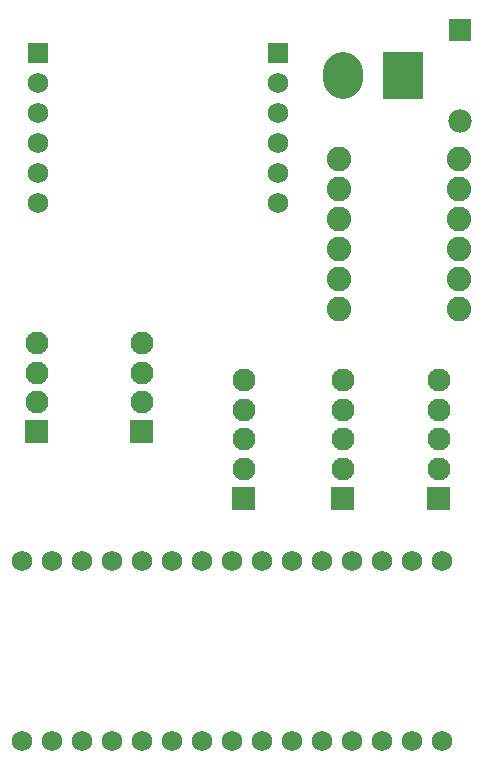
<source format=gts>
G04 Layer: TopSolderMaskLayer*
G04 EasyEDA v6.4.5, 2020-09-15T20:10:03+02:00*
G04 89610be28746463fae7f6a063ad526cf,a876551235204336a4c6776009a4e884,10*
G04 Gerber Generator version 0.2*
G04 Scale: 100 percent, Rotated: No, Reflected: No *
G04 Dimensions in inches *
G04 leading zeros omitted , absolute positions ,2 integer and 4 decimal *
%FSLAX24Y24*%
%MOIN*%
G90*
G70D02*

%ADD27C,0.132000*%
%ADD30C,0.076897*%
%ADD32C,0.068000*%
%ADD33C,0.082000*%
%ADD34C,0.078000*%
%ADD35R,0.078000X0.078000*%

%LPD*%
G54D27*
G01X12650Y24680D02*
G01X12650Y24419D01*
G36*
G01X13989Y23759D02*
G01X13989Y25340D01*
G01X15310Y25340D01*
G01X15310Y23759D01*
G01X13989Y23759D01*
G37*
G36*
G01X8965Y10065D02*
G01X8965Y10834D01*
G01X9734Y10834D01*
G01X9734Y10065D01*
G01X8965Y10065D01*
G37*
G54D30*
G01X9350Y11434D03*
G01X9350Y12418D03*
G01X9350Y13402D03*
G01X9350Y14386D03*
G36*
G01X12265Y10065D02*
G01X12265Y10834D01*
G01X13034Y10834D01*
G01X13034Y10065D01*
G01X12265Y10065D01*
G37*
G01X12650Y11434D03*
G01X12650Y12418D03*
G01X12650Y13402D03*
G01X12650Y14386D03*
G36*
G01X15465Y10065D02*
G01X15465Y10834D01*
G01X16234Y10834D01*
G01X16234Y10065D01*
G01X15465Y10065D01*
G37*
G01X15850Y11434D03*
G01X15850Y12418D03*
G01X15850Y13402D03*
G01X15850Y14386D03*
G36*
G01X2065Y12290D02*
G01X2065Y13057D01*
G01X2834Y13057D01*
G01X2834Y12290D01*
G01X2065Y12290D01*
G37*
G01X2450Y13657D03*
G01X2450Y14642D03*
G01X2450Y15626D03*
G36*
G01X5565Y12290D02*
G01X5565Y13057D01*
G01X6334Y13057D01*
G01X6334Y12290D01*
G01X5565Y12290D01*
G37*
G01X5950Y13657D03*
G01X5950Y14642D03*
G01X5950Y15626D03*
G36*
G01X2159Y24959D02*
G01X2159Y25640D01*
G01X2840Y25640D01*
G01X2840Y24959D01*
G01X2159Y24959D01*
G37*
G54D32*
G01X2500Y24300D03*
G01X2500Y23300D03*
G01X2500Y22300D03*
G01X2500Y21300D03*
G01X2500Y20300D03*
G36*
G01X10160Y24959D02*
G01X10160Y25640D01*
G01X10839Y25640D01*
G01X10839Y24959D01*
G01X10160Y24959D01*
G37*
G01X10500Y24300D03*
G01X10500Y23300D03*
G01X10500Y22300D03*
G01X10500Y21300D03*
G01X10500Y20300D03*
G54D33*
G01X12510Y16780D03*
G01X12510Y17780D03*
G01X12510Y18780D03*
G01X12510Y19780D03*
G01X12510Y20780D03*
G01X12510Y21780D03*
G01X16510Y21780D03*
G01X16510Y20780D03*
G01X16510Y19780D03*
G01X16510Y18780D03*
G01X16510Y17780D03*
G01X16510Y16780D03*
G54D32*
G01X15950Y8350D03*
G01X14950Y8350D03*
G01X13950Y8350D03*
G01X12950Y8350D03*
G01X11950Y8350D03*
G01X10950Y8350D03*
G01X9950Y8350D03*
G01X8950Y8350D03*
G01X7950Y8350D03*
G01X6950Y8350D03*
G01X5950Y8350D03*
G01X4950Y8350D03*
G01X3950Y8350D03*
G01X2950Y8350D03*
G01X1950Y8350D03*
G01X1950Y2350D03*
G01X2950Y2350D03*
G01X3950Y2350D03*
G01X4950Y2350D03*
G01X5950Y2350D03*
G01X6950Y2350D03*
G01X7950Y2350D03*
G01X8950Y2350D03*
G01X9950Y2350D03*
G01X10950Y2350D03*
G01X11950Y2350D03*
G01X12950Y2350D03*
G01X13950Y2350D03*
G01X14950Y2350D03*
G01X15950Y2350D03*
G54D34*
G01X16550Y23025D03*
G54D35*
G01X16550Y26075D03*
M00*
M02*

</source>
